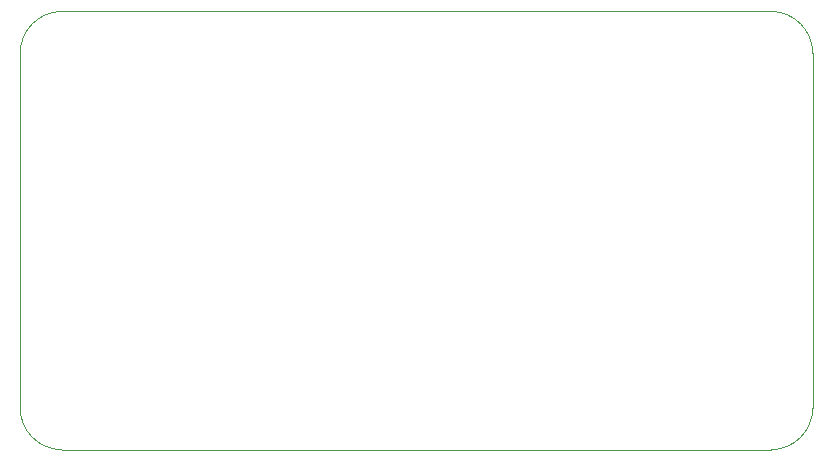
<source format=gbr>
G04 #@! TF.GenerationSoftware,KiCad,Pcbnew,(5.1.6)-1*
G04 #@! TF.CreationDate,2020-11-26T12:39:27+11:00*
G04 #@! TF.ProjectId,HardFault-Interpose-V0,48617264-4661-4756-9c74-2d496e746572,rev?*
G04 #@! TF.SameCoordinates,Original*
G04 #@! TF.FileFunction,Profile,NP*
%FSLAX46Y46*%
G04 Gerber Fmt 4.6, Leading zero omitted, Abs format (unit mm)*
G04 Created by KiCad (PCBNEW (5.1.6)-1) date 2020-11-26 12:39:27*
%MOMM*%
%LPD*%
G01*
G04 APERTURE LIST*
G04 #@! TA.AperFunction,Profile*
%ADD10C,0.050000*%
G04 #@! TD*
G04 APERTURE END LIST*
D10*
X150686000Y-102914000D02*
X90686000Y-102914000D01*
X154242000Y-69358000D02*
X154242000Y-99358000D01*
X150686000Y-65802000D02*
X90686000Y-65802000D01*
X150686000Y-65802000D02*
G75*
G02*
X154242000Y-69358000I0J-3556000D01*
G01*
X154242000Y-99358000D02*
G75*
G02*
X150686000Y-102914000I-3556000J0D01*
G01*
X87130000Y-99358000D02*
X87130000Y-69358000D01*
X90686000Y-102914000D02*
G75*
G02*
X87130000Y-99358000I0J3556000D01*
G01*
X87130000Y-69358000D02*
G75*
G02*
X90686000Y-65802000I3556000J0D01*
G01*
M02*

</source>
